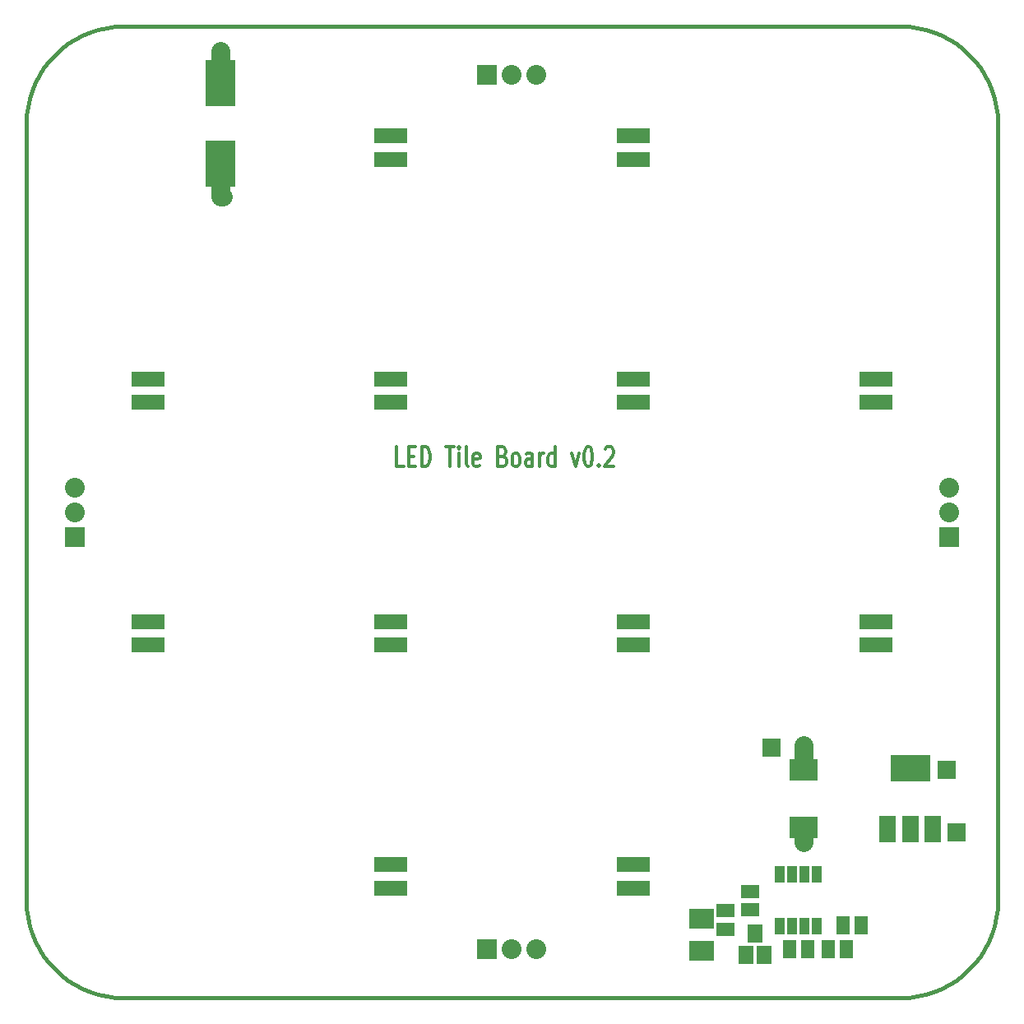
<source format=gts>
G04 (created by PCBNEW-RS274X (2010-00-09 BZR 23xx)-stable) date Mon 03 Oct 2011 12:09:16 AM EDT*
G01*
G70*
G90*
%MOIN*%
G04 Gerber Fmt 3.4, Leading zero omitted, Abs format*
%FSLAX34Y34*%
G04 APERTURE LIST*
%ADD10C,0.005000*%
%ADD11C,0.012000*%
%ADD12C,0.078300*%
%ADD13C,0.015000*%
%ADD14R,0.080000X0.080000*%
%ADD15C,0.080000*%
%ADD16R,0.055000X0.075000*%
%ADD17R,0.075000X0.055000*%
%ADD18R,0.040000X0.065000*%
%ADD19R,0.059300X0.075100*%
%ADD20R,0.132000X0.059400*%
%ADD21R,0.114500X0.090900*%
%ADD22R,0.068000X0.108000*%
%ADD23R,0.161700X0.106600*%
%ADD24R,0.118400X0.189200*%
%ADD25R,0.100000X0.080000*%
%ADD26R,0.075000X0.075000*%
G04 APERTURE END LIST*
G54D10*
G54D11*
X34976Y-37529D02*
X34690Y-37529D01*
X34690Y-36729D01*
X35176Y-37110D02*
X35376Y-37110D01*
X35462Y-37529D02*
X35176Y-37529D01*
X35176Y-36729D01*
X35462Y-36729D01*
X35719Y-37529D02*
X35719Y-36729D01*
X35862Y-36729D01*
X35947Y-36767D01*
X36005Y-36843D01*
X36033Y-36919D01*
X36062Y-37072D01*
X36062Y-37186D01*
X36033Y-37338D01*
X36005Y-37415D01*
X35947Y-37491D01*
X35862Y-37529D01*
X35719Y-37529D01*
X36690Y-36729D02*
X37033Y-36729D01*
X36862Y-37529D02*
X36862Y-36729D01*
X37233Y-37529D02*
X37233Y-36995D01*
X37233Y-36729D02*
X37204Y-36767D01*
X37233Y-36805D01*
X37261Y-36767D01*
X37233Y-36729D01*
X37233Y-36805D01*
X37605Y-37529D02*
X37547Y-37491D01*
X37519Y-37415D01*
X37519Y-36729D01*
X38061Y-37491D02*
X38004Y-37529D01*
X37890Y-37529D01*
X37833Y-37491D01*
X37804Y-37415D01*
X37804Y-37110D01*
X37833Y-37034D01*
X37890Y-36995D01*
X38004Y-36995D01*
X38061Y-37034D01*
X38090Y-37110D01*
X38090Y-37186D01*
X37804Y-37262D01*
X39004Y-37110D02*
X39090Y-37148D01*
X39118Y-37186D01*
X39147Y-37262D01*
X39147Y-37376D01*
X39118Y-37453D01*
X39090Y-37491D01*
X39032Y-37529D01*
X38804Y-37529D01*
X38804Y-36729D01*
X39004Y-36729D01*
X39061Y-36767D01*
X39090Y-36805D01*
X39118Y-36881D01*
X39118Y-36957D01*
X39090Y-37034D01*
X39061Y-37072D01*
X39004Y-37110D01*
X38804Y-37110D01*
X39490Y-37529D02*
X39432Y-37491D01*
X39404Y-37453D01*
X39375Y-37376D01*
X39375Y-37148D01*
X39404Y-37072D01*
X39432Y-37034D01*
X39490Y-36995D01*
X39575Y-36995D01*
X39632Y-37034D01*
X39661Y-37072D01*
X39690Y-37148D01*
X39690Y-37376D01*
X39661Y-37453D01*
X39632Y-37491D01*
X39575Y-37529D01*
X39490Y-37529D01*
X40204Y-37529D02*
X40204Y-37110D01*
X40175Y-37034D01*
X40118Y-36995D01*
X40004Y-36995D01*
X39947Y-37034D01*
X40204Y-37491D02*
X40147Y-37529D01*
X40004Y-37529D01*
X39947Y-37491D01*
X39918Y-37415D01*
X39918Y-37338D01*
X39947Y-37262D01*
X40004Y-37224D01*
X40147Y-37224D01*
X40204Y-37186D01*
X40490Y-37529D02*
X40490Y-36995D01*
X40490Y-37148D02*
X40518Y-37072D01*
X40547Y-37034D01*
X40604Y-36995D01*
X40661Y-36995D01*
X41118Y-37529D02*
X41118Y-36729D01*
X41118Y-37491D02*
X41061Y-37529D01*
X40947Y-37529D01*
X40889Y-37491D01*
X40861Y-37453D01*
X40832Y-37376D01*
X40832Y-37148D01*
X40861Y-37072D01*
X40889Y-37034D01*
X40947Y-36995D01*
X41061Y-36995D01*
X41118Y-37034D01*
X41804Y-36995D02*
X41947Y-37529D01*
X42089Y-36995D01*
X42432Y-36729D02*
X42489Y-36729D01*
X42546Y-36767D01*
X42575Y-36805D01*
X42604Y-36881D01*
X42632Y-37034D01*
X42632Y-37224D01*
X42604Y-37376D01*
X42575Y-37453D01*
X42546Y-37491D01*
X42489Y-37529D01*
X42432Y-37529D01*
X42375Y-37491D01*
X42346Y-37453D01*
X42318Y-37376D01*
X42289Y-37224D01*
X42289Y-37034D01*
X42318Y-36881D01*
X42346Y-36805D01*
X42375Y-36767D01*
X42432Y-36729D01*
X42889Y-37453D02*
X42917Y-37491D01*
X42889Y-37529D01*
X42860Y-37491D01*
X42889Y-37453D01*
X42889Y-37529D01*
X43146Y-36805D02*
X43175Y-36767D01*
X43232Y-36729D01*
X43375Y-36729D01*
X43432Y-36767D01*
X43461Y-36805D01*
X43489Y-36881D01*
X43489Y-36957D01*
X43461Y-37072D01*
X43118Y-37529D01*
X43489Y-37529D01*
G54D12*
X51181Y-52756D02*
X51181Y-52165D01*
X51181Y-48819D02*
X51181Y-49803D01*
X27559Y-26575D02*
X27657Y-26575D01*
X27559Y-24803D02*
X27559Y-26575D01*
X27559Y-22441D02*
X27657Y-22441D01*
X27559Y-20669D02*
X27559Y-22441D01*
G54D13*
X19685Y-55118D02*
X19685Y-23622D01*
X55118Y-59055D02*
X23622Y-59055D01*
X59055Y-23622D02*
X59055Y-55118D01*
X23622Y-19685D02*
X55118Y-19685D01*
X55118Y-59055D02*
X55461Y-59040D01*
X55801Y-58995D01*
X56136Y-58920D01*
X56464Y-58817D01*
X56781Y-58686D01*
X57086Y-58527D01*
X57376Y-58343D01*
X57648Y-58133D01*
X57901Y-57901D01*
X58133Y-57648D01*
X58343Y-57376D01*
X58527Y-57086D01*
X58686Y-56781D01*
X58817Y-56464D01*
X58920Y-56136D01*
X58995Y-55801D01*
X59040Y-55461D01*
X59055Y-55118D01*
X19685Y-55118D02*
X19700Y-55461D01*
X19745Y-55801D01*
X19820Y-56136D01*
X19923Y-56464D01*
X20054Y-56781D01*
X20213Y-57086D01*
X20397Y-57376D01*
X20607Y-57648D01*
X20839Y-57901D01*
X21092Y-58133D01*
X21364Y-58343D01*
X21654Y-58527D01*
X21959Y-58686D01*
X22276Y-58817D01*
X22604Y-58920D01*
X22939Y-58995D01*
X23279Y-59040D01*
X23622Y-59055D01*
X23622Y-19685D02*
X23279Y-19700D01*
X22939Y-19745D01*
X22604Y-19820D01*
X22276Y-19923D01*
X21959Y-20054D01*
X21654Y-20213D01*
X21364Y-20397D01*
X21092Y-20607D01*
X20839Y-20839D01*
X20607Y-21092D01*
X20397Y-21364D01*
X20213Y-21654D01*
X20054Y-21959D01*
X19923Y-22276D01*
X19820Y-22604D01*
X19745Y-22939D01*
X19700Y-23279D01*
X19685Y-23622D01*
X59055Y-23622D02*
X59040Y-23279D01*
X58995Y-22939D01*
X58920Y-22604D01*
X58817Y-22276D01*
X58686Y-21959D01*
X58527Y-21654D01*
X58343Y-21364D01*
X58133Y-21092D01*
X57901Y-20839D01*
X57648Y-20607D01*
X57376Y-20397D01*
X57086Y-20213D01*
X56781Y-20054D01*
X56464Y-19923D01*
X56136Y-19820D01*
X55801Y-19745D01*
X55461Y-19700D01*
X55118Y-19685D01*
G54D14*
X38370Y-57087D03*
G54D15*
X39370Y-57087D03*
X40370Y-57087D03*
G54D16*
X50609Y-57087D03*
X51359Y-57087D03*
X52775Y-56102D03*
X53525Y-56102D03*
G54D17*
X49016Y-54743D03*
X49016Y-55493D03*
G54D18*
X50234Y-54068D03*
X50234Y-56168D03*
X50734Y-54068D03*
X51234Y-54068D03*
X51734Y-54068D03*
X50734Y-56168D03*
X51234Y-56168D03*
X51734Y-56168D03*
G54D19*
X48839Y-57323D03*
X49587Y-57323D03*
X49213Y-56457D03*
G54D20*
X34449Y-33977D03*
X34449Y-34921D03*
X34449Y-24134D03*
X34449Y-25078D03*
X44291Y-25078D03*
X44291Y-24134D03*
X44291Y-34921D03*
X44291Y-33977D03*
X54134Y-33977D03*
X54134Y-34921D03*
X54134Y-43819D03*
X54134Y-44763D03*
X44291Y-44763D03*
X44291Y-43819D03*
X44291Y-54606D03*
X44291Y-53662D03*
X34449Y-53662D03*
X34449Y-54606D03*
X34449Y-43819D03*
X34449Y-44763D03*
X24606Y-44763D03*
X24606Y-43819D03*
X24606Y-34921D03*
X24606Y-33977D03*
G54D14*
X57087Y-40370D03*
G54D15*
X57087Y-39370D03*
X57087Y-38370D03*
G54D14*
X21654Y-40370D03*
G54D15*
X21654Y-39370D03*
X21654Y-38370D03*
G54D14*
X38370Y-21654D03*
G54D15*
X39370Y-21654D03*
X40370Y-21654D03*
G54D16*
X52934Y-57087D03*
X52184Y-57087D03*
G54D21*
X51181Y-52165D03*
X51181Y-49803D03*
G54D22*
X54602Y-52204D03*
X55512Y-52204D03*
X56422Y-52204D03*
G54D23*
X55512Y-49764D03*
G54D24*
X27559Y-25247D03*
X27559Y-21997D03*
G54D25*
X47047Y-57146D03*
X47047Y-55846D03*
G54D17*
X48031Y-56281D03*
X48031Y-55531D03*
G54D26*
X56988Y-49803D03*
X57382Y-52362D03*
X49902Y-48917D03*
M02*

</source>
